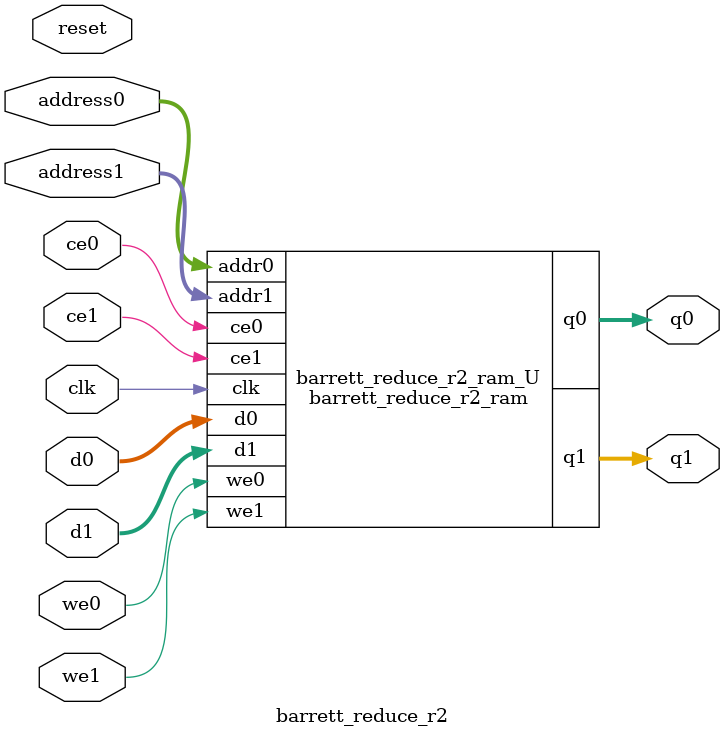
<source format=v>

`timescale 1 ns / 1 ps
module barrett_reduce_r2_ram (addr0, ce0, d0, we0, q0, addr1, ce1, d1, we1, q1,  clk);

parameter DWIDTH = 32;
parameter AWIDTH = 6;
parameter MEM_SIZE = 33;

input[AWIDTH-1:0] addr0;
input ce0;
input[DWIDTH-1:0] d0;
input we0;
output reg[DWIDTH-1:0] q0;
input[AWIDTH-1:0] addr1;
input ce1;
input[DWIDTH-1:0] d1;
input we1;
output reg[DWIDTH-1:0] q1;
input clk;

(* ram_style = "block" *)reg [DWIDTH-1:0] ram[0:MEM_SIZE-1];




always @(posedge clk)  
begin 
    if (ce0) 
    begin
        if (we0) 
        begin 
            ram[addr0] <= d0; 
            q0 <= d0;
        end 
        else 
            q0 <= ram[addr0];
    end
end


always @(posedge clk)  
begin 
    if (ce1) 
    begin
        if (we1) 
        begin 
            ram[addr1] <= d1; 
            q1 <= d1;
        end 
        else 
            q1 <= ram[addr1];
    end
end


endmodule


`timescale 1 ns / 1 ps
module barrett_reduce_r2(
    reset,
    clk,
    address0,
    ce0,
    we0,
    d0,
    q0,
    address1,
    ce1,
    we1,
    d1,
    q1);

parameter DataWidth = 32'd32;
parameter AddressRange = 32'd33;
parameter AddressWidth = 32'd6;
input reset;
input clk;
input[AddressWidth - 1:0] address0;
input ce0;
input we0;
input[DataWidth - 1:0] d0;
output[DataWidth - 1:0] q0;
input[AddressWidth - 1:0] address1;
input ce1;
input we1;
input[DataWidth - 1:0] d1;
output[DataWidth - 1:0] q1;



barrett_reduce_r2_ram barrett_reduce_r2_ram_U(
    .clk( clk ),
    .addr0( address0 ),
    .ce0( ce0 ),
    .d0( d0 ),
    .we0( we0 ),
    .q0( q0 ),
    .addr1( address1 ),
    .ce1( ce1 ),
    .d1( d1 ),
    .we1( we1 ),
    .q1( q1 ));

endmodule


</source>
